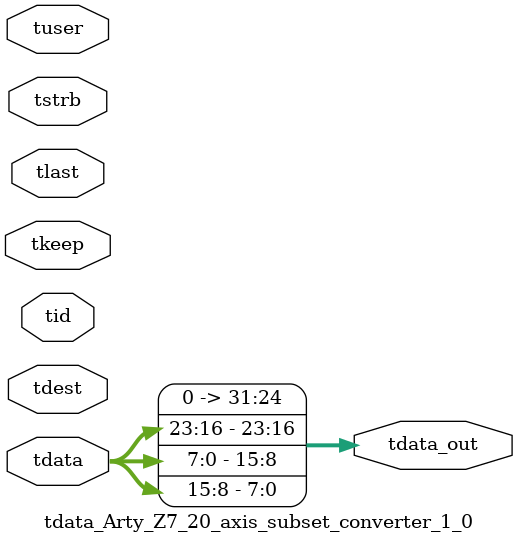
<source format=v>


`timescale 1ps/1ps

module tdata_Arty_Z7_20_axis_subset_converter_1_0 #
(
parameter C_S_AXIS_TDATA_WIDTH = 32,
parameter C_S_AXIS_TUSER_WIDTH = 0,
parameter C_S_AXIS_TID_WIDTH   = 0,
parameter C_S_AXIS_TDEST_WIDTH = 0,
parameter C_M_AXIS_TDATA_WIDTH = 32
)
(
input  [(C_S_AXIS_TDATA_WIDTH == 0 ? 1 : C_S_AXIS_TDATA_WIDTH)-1:0     ] tdata,
input  [(C_S_AXIS_TUSER_WIDTH == 0 ? 1 : C_S_AXIS_TUSER_WIDTH)-1:0     ] tuser,
input  [(C_S_AXIS_TID_WIDTH   == 0 ? 1 : C_S_AXIS_TID_WIDTH)-1:0       ] tid,
input  [(C_S_AXIS_TDEST_WIDTH == 0 ? 1 : C_S_AXIS_TDEST_WIDTH)-1:0     ] tdest,
input  [(C_S_AXIS_TDATA_WIDTH/8)-1:0 ] tkeep,
input  [(C_S_AXIS_TDATA_WIDTH/8)-1:0 ] tstrb,
input                                                                    tlast,
output [C_M_AXIS_TDATA_WIDTH-1:0] tdata_out
);

assign tdata_out = {tdata[23:16],tdata[7:0],tdata[15:8]};

endmodule


</source>
